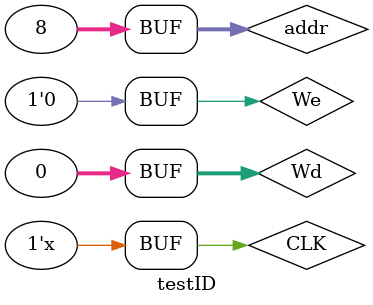
<source format=v>
`timescale 1ns / 1ps


module testID;

	// Inputs
	reg CLK;
	reg We;
	reg [31:0] addr;
	reg [31:0] Wd;

	// Outputs
	wire [31:0] dout;

	// Instantiate the Unit Under Test (UUT)
	IDMem uut (
		.CLK(CLK), 
		.We(We), 
		.addr(addr), 
		.Wd(Wd), 
		.dout(dout)
	);
	initial CLK = 0;
	always #10 CLK = ~CLK;
	
	initial begin
		// Initialize Inputs

		We = 0;
		addr = 0;
		Wd = 0;

		// Wait 100 ns for global reset to finish
		#20; addr = 1;
		#20; addr = 2;
		#20; addr = 3;
		#20; addr = 4;
		#20; addr = 5;
		#20; addr = 6;
		#20; addr = 7;
		#20; addr = 8;      
		// Add stimulus here

	end
      
endmodule


</source>
